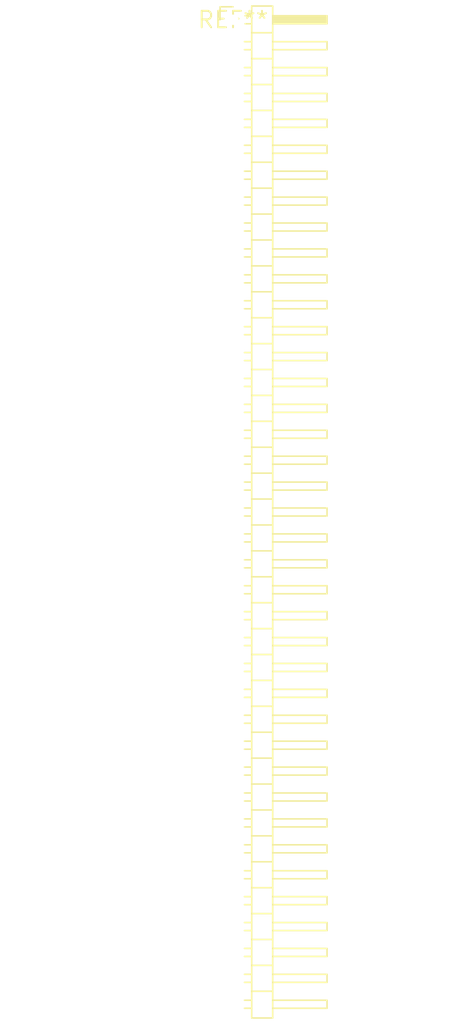
<source format=kicad_pcb>
(kicad_pcb (version 20240108) (generator pcbnew)
  (layers (0 "F.Cu" signal) (31 "B.Cu" signal) (34 "B.Paste" user) (35 "F.Paste" user) (36 "B.SilkS" user "B.Silkscreen") (37 "F.SilkS" user "F.Silkscreen") (38 "B.Mask" user) (39 "F.Mask" user) (44 "Edge.Cuts" user))
  (net 0 "")
  (footprint "PinHeader_1x39_P2.00mm_Horizontal" (layer "F.Cu") (at 0 0)
    (property "Reference" "REF**")
    (property "Value" "PinHeader_1x39_P2.00mm_Horizontal")
    (fp_line (start -1 -1) (end 0 -1) (layer "F.SilkS") (stroke (width 0.12)))
    (fp_line (start -1 0) (end -1 -1) (layer "F.SilkS") (stroke (width 0.12)))
    (fp_line (start 0.882114 1.69) (end 1.44 1.69) (layer "F.SilkS") (stroke (width 0.12)))
    (fp_line (start 0.882114 2.31) (end 1.44 2.31) (layer "F.SilkS") (stroke (width 0.12)))
    (fp_line (start 0.882114 3.69) (end 1.44 3.69) (layer "F.SilkS") (stroke (width 0.12)))
    (fp_line (start 0.882114 4.31) (end 1.44 4.31) (layer "F.SilkS") (stroke (width 0.12)))
    (fp_line (start 0.882114 5.69) (end 1.44 5.69) (layer "F.SilkS") (stroke (width 0.12)))
    (fp_line (start 0.882114 6.31) (end 1.44 6.31) (layer "F.SilkS") (stroke (width 0.12)))
    (fp_line (start 0.882114 7.69) (end 1.44 7.69) (layer "F.SilkS") (stroke (width 0.12)))
    (fp_line (start 0.882114 8.31) (end 1.44 8.31) (layer "F.SilkS") (stroke (width 0.12)))
    (fp_line (start 0.882114 9.69) (end 1.44 9.69) (layer "F.SilkS") (stroke (width 0.12)))
    (fp_line (start 0.882114 10.31) (end 1.44 10.31) (layer "F.SilkS") (stroke (width 0.12)))
    (fp_line (start 0.882114 11.69) (end 1.44 11.69) (layer "F.SilkS") (stroke (width 0.12)))
    (fp_line (start 0.882114 12.31) (end 1.44 12.31) (layer "F.SilkS") (stroke (width 0.12)))
    (fp_line (start 0.882114 13.69) (end 1.44 13.69) (layer "F.SilkS") (stroke (width 0.12)))
    (fp_line (start 0.882114 14.31) (end 1.44 14.31) (layer "F.SilkS") (stroke (width 0.12)))
    (fp_line (start 0.882114 15.69) (end 1.44 15.69) (layer "F.SilkS") (stroke (width 0.12)))
    (fp_line (start 0.882114 16.31) (end 1.44 16.31) (layer "F.SilkS") (stroke (width 0.12)))
    (fp_line (start 0.882114 17.69) (end 1.44 17.69) (layer "F.SilkS") (stroke (width 0.12)))
    (fp_line (start 0.882114 18.31) (end 1.44 18.31) (layer "F.SilkS") (stroke (width 0.12)))
    (fp_line (start 0.882114 19.69) (end 1.44 19.69) (layer "F.SilkS") (stroke (width 0.12)))
    (fp_line (start 0.882114 20.31) (end 1.44 20.31) (layer "F.SilkS") (stroke (width 0.12)))
    (fp_line (start 0.882114 21.69) (end 1.44 21.69) (layer "F.SilkS") (stroke (width 0.12)))
    (fp_line (start 0.882114 22.31) (end 1.44 22.31) (layer "F.SilkS") (stroke (width 0.12)))
    (fp_line (start 0.882114 23.69) (end 1.44 23.69) (layer "F.SilkS") (stroke (width 0.12)))
    (fp_line (start 0.882114 24.31) (end 1.44 24.31) (layer "F.SilkS") (stroke (width 0.12)))
    (fp_line (start 0.882114 25.69) (end 1.44 25.69) (layer "F.SilkS") (stroke (width 0.12)))
    (fp_line (start 0.882114 26.31) (end 1.44 26.31) (layer "F.SilkS") (stroke (width 0.12)))
    (fp_line (start 0.882114 27.69) (end 1.44 27.69) (layer "F.SilkS") (stroke (width 0.12)))
    (fp_line (start 0.882114 28.31) (end 1.44 28.31) (layer "F.SilkS") (stroke (width 0.12)))
    (fp_line (start 0.882114 29.69) (end 1.44 29.69) (layer "F.SilkS") (stroke (width 0.12)))
    (fp_line (start 0.882114 30.31) (end 1.44 30.31) (layer "F.SilkS") (stroke (width 0.12)))
    (fp_line (start 0.882114 31.69) (end 1.44 31.69) (layer "F.SilkS") (stroke (width 0.12)))
    (fp_line (start 0.882114 32.31) (end 1.44 32.31) (layer "F.SilkS") (stroke (width 0.12)))
    (fp_line (start 0.882114 33.69) (end 1.44 33.69) (layer "F.SilkS") (stroke (width 0.12)))
    (fp_line (start 0.882114 34.31) (end 1.44 34.31) (layer "F.SilkS") (stroke (width 0.12)))
    (fp_line (start 0.882114 35.69) (end 1.44 35.69) (layer "F.SilkS") (stroke (width 0.12)))
    (fp_line (start 0.882114 36.31) (end 1.44 36.31) (layer "F.SilkS") (stroke (width 0.12)))
    (fp_line (start 0.882114 37.69) (end 1.44 37.69) (layer "F.SilkS") (stroke (width 0.12)))
    (fp_line (start 0.882114 38.31) (end 1.44 38.31) (layer "F.SilkS") (stroke (width 0.12)))
    (fp_line (start 0.882114 39.69) (end 1.44 39.69) (layer "F.SilkS") (stroke (width 0.12)))
    (fp_line (start 0.882114 40.31) (end 1.44 40.31) (layer "F.SilkS") (stroke (width 0.12)))
    (fp_line (start 0.882114 41.69) (end 1.44 41.69) (layer "F.SilkS") (stroke (width 0.12)))
    (fp_line (start 0.882114 42.31) (end 1.44 42.31) (layer "F.SilkS") (stroke (width 0.12)))
    (fp_line (start 0.882114 43.69) (end 1.44 43.69) (layer "F.SilkS") (stroke (width 0.12)))
    (fp_line (start 0.882114 44.31) (end 1.44 44.31) (layer "F.SilkS") (stroke (width 0.12)))
    (fp_line (start 0.882114 45.69) (end 1.44 45.69) (layer "F.SilkS") (stroke (width 0.12)))
    (fp_line (start 0.882114 46.31) (end 1.44 46.31) (layer "F.SilkS") (stroke (width 0.12)))
    (fp_line (start 0.882114 47.69) (end 1.44 47.69) (layer "F.SilkS") (stroke (width 0.12)))
    (fp_line (start 0.882114 48.31) (end 1.44 48.31) (layer "F.SilkS") (stroke (width 0.12)))
    (fp_line (start 0.882114 49.69) (end 1.44 49.69) (layer "F.SilkS") (stroke (width 0.12)))
    (fp_line (start 0.882114 50.31) (end 1.44 50.31) (layer "F.SilkS") (stroke (width 0.12)))
    (fp_line (start 0.882114 51.69) (end 1.44 51.69) (layer "F.SilkS") (stroke (width 0.12)))
    (fp_line (start 0.882114 52.31) (end 1.44 52.31) (layer "F.SilkS") (stroke (width 0.12)))
    (fp_line (start 0.882114 53.69) (end 1.44 53.69) (layer "F.SilkS") (stroke (width 0.12)))
    (fp_line (start 0.882114 54.31) (end 1.44 54.31) (layer "F.SilkS") (stroke (width 0.12)))
    (fp_line (start 0.882114 55.69) (end 1.44 55.69) (layer "F.SilkS") (stroke (width 0.12)))
    (fp_line (start 0.882114 56.31) (end 1.44 56.31) (layer "F.SilkS") (stroke (width 0.12)))
    (fp_line (start 0.882114 57.69) (end 1.44 57.69) (layer "F.SilkS") (stroke (width 0.12)))
    (fp_line (start 0.882114 58.31) (end 1.44 58.31) (layer "F.SilkS") (stroke (width 0.12)))
    (fp_line (start 0.882114 59.69) (end 1.44 59.69) (layer "F.SilkS") (stroke (width 0.12)))
    (fp_line (start 0.882114 60.31) (end 1.44 60.31) (layer "F.SilkS") (stroke (width 0.12)))
    (fp_line (start 0.882114 61.69) (end 1.44 61.69) (layer "F.SilkS") (stroke (width 0.12)))
    (fp_line (start 0.882114 62.31) (end 1.44 62.31) (layer "F.SilkS") (stroke (width 0.12)))
    (fp_line (start 0.882114 63.69) (end 1.44 63.69) (layer "F.SilkS") (stroke (width 0.12)))
    (fp_line (start 0.882114 64.31) (end 1.44 64.31) (layer "F.SilkS") (stroke (width 0.12)))
    (fp_line (start 0.882114 65.69) (end 1.44 65.69) (layer "F.SilkS") (stroke (width 0.12)))
    (fp_line (start 0.882114 66.31) (end 1.44 66.31) (layer "F.SilkS") (stroke (width 0.12)))
    (fp_line (start 0.882114 67.69) (end 1.44 67.69) (layer "F.SilkS") (stroke (width 0.12)))
    (fp_line (start 0.882114 68.31) (end 1.44 68.31) (layer "F.SilkS") (stroke (width 0.12)))
    (fp_line (start 0.882114 69.69) (end 1.44 69.69) (layer "F.SilkS") (stroke (width 0.12)))
    (fp_line (start 0.882114 70.31) (end 1.44 70.31) (layer "F.SilkS") (stroke (width 0.12)))
    (fp_line (start 0.882114 71.69) (end 1.44 71.69) (layer "F.SilkS") (stroke (width 0.12)))
    (fp_line (start 0.882114 72.31) (end 1.44 72.31) (layer "F.SilkS") (stroke (width 0.12)))
    (fp_line (start 0.882114 73.69) (end 1.44 73.69) (layer "F.SilkS") (stroke (width 0.12)))
    (fp_line (start 0.882114 74.31) (end 1.44 74.31) (layer "F.SilkS") (stroke (width 0.12)))
    (fp_line (start 0.882114 75.69) (end 1.44 75.69) (layer "F.SilkS") (stroke (width 0.12)))
    (fp_line (start 0.882114 76.31) (end 1.44 76.31) (layer "F.SilkS") (stroke (width 0.12)))
    (fp_line (start 0.935 -0.31) (end 1.44 -0.31) (layer "F.SilkS") (stroke (width 0.12)))
    (fp_line (start 0.935 0.31) (end 1.44 0.31) (layer "F.SilkS") (stroke (width 0.12)))
    (fp_line (start 1.44 -1.06) (end 1.44 77.06) (layer "F.SilkS") (stroke (width 0.12)))
    (fp_line (start 1.44 1) (end 3.06 1) (layer "F.SilkS") (stroke (width 0.12)))
    (fp_line (start 1.44 3) (end 3.06 3) (layer "F.SilkS") (stroke (width 0.12)))
    (fp_line (start 1.44 5) (end 3.06 5) (layer "F.SilkS") (stroke (width 0.12)))
    (fp_line (start 1.44 7) (end 3.06 7) (layer "F.SilkS") (stroke (width 0.12)))
    (fp_line (start 1.44 9) (end 3.06 9) (layer "F.SilkS") (stroke (width 0.12)))
    (fp_line (start 1.44 11) (end 3.06 11) (layer "F.SilkS") (stroke (width 0.12)))
    (fp_line (start 1.44 13) (end 3.06 13) (layer "F.SilkS") (stroke (width 0.12)))
    (fp_line (start 1.44 15) (end 3.06 15) (layer "F.SilkS") (stroke (width 0.12)))
    (fp_line (start 1.44 17) (end 3.06 17) (layer "F.SilkS") (stroke (width 0.12)))
    (fp_line (start 1.44 19) (end 3.06 19) (layer "F.SilkS") (stroke (width 0.12)))
    (fp_line (start 1.44 21) (end 3.06 21) (layer "F.SilkS") (stroke (width 0.12)))
    (fp_line (start 1.44 23) (end 3.06 23) (layer "F.SilkS") (stroke (width 0.12)))
    (fp_line (start 1.44 25) (end 3.06 25) (layer "F.SilkS") (stroke (width 0.12)))
    (fp_line (start 1.44 27) (end 3.06 27) (layer "F.SilkS") (stroke (width 0.12)))
    (fp_line (start 1.44 29) (end 3.06 29) (layer "F.SilkS") (stroke (width 0.12)))
    (fp_line (start 1.44 31) (end 3.06 31) (layer "F.SilkS") (stroke (width 0.12)))
    (fp_line (start 1.44 33) (end 3.06 33) (layer "F.SilkS") (stroke (width 0.12)))
    (fp_line (start 1.44 35) (end 3.06 35) (layer "F.SilkS") (stroke (width 0.12)))
    (fp_line (start 1.44 37) (end 3.06 37) (layer "F.SilkS") (stroke (width 0.12)))
    (fp_line (start 1.44 39) (end 3.06 39) (layer "F.SilkS") (stroke (width 0.12)))
    (fp_line (start 1.44 41) (end 3.06 41) (layer "F.SilkS") (stroke (width 0.12)))
    (fp_line (start 1.44 43) (end 3.06 43) (layer "F.SilkS") (stroke (width 0.12)))
    (fp_line (start 1.44 45) (end 3.06 45) (layer "F.SilkS") (stroke (width 0.12)))
    (fp_line (start 1.44 47) (end 3.06 47) (layer "F.SilkS") (stroke (width 0.12)))
    (fp_line (start 1.44 49) (end 3.06 49) (layer "F.SilkS") (stroke (width 0.12)))
    (fp_line (start 1.44 51) (end 3.06 51) (layer "F.SilkS") (stroke (width 0.12)))
    (fp_line (start 1.44 53) (end 3.06 53) (layer "F.SilkS") (stroke (width 0.12)))
    (fp_line (start 1.44 55) (end 3.06 55) (layer "F.SilkS") (stroke (width 0.12)))
    (fp_line (start 1.44 57) (end 3.06 57) (layer "F.SilkS") (stroke (width 0.12)))
    (fp_line (start 1.44 59) (end 3.06 59) (layer "F.SilkS") (stroke (width 0.12)))
    (fp_line (start 1.44 61) (end 3.06 61) (layer "F.SilkS") (stroke (width 0.12)))
    (fp_line (start 1.44 63) (end 3.06 63) (layer "F.SilkS") (stroke (width 0.12)))
    (fp_line (start 1.44 65) (end 3.06 65) (layer "F.SilkS") (stroke (width 0.12)))
    (fp_line (start 1.44 67) (end 3.06 67) (layer "F.SilkS") (stroke (width 0.12)))
    (fp_line (start 1.44 69) (end 3.06 69) (layer "F.SilkS") (stroke (width 0.12)))
    (fp_line (start 1.44 71) (end 3.06 71) (layer "F.SilkS") (stroke (width 0.12)))
    (fp_line (start 1.44 73) (end 3.06 73) (layer "F.SilkS") (stroke (width 0.12)))
    (fp_line (start 1.44 75) (end 3.06 75) (layer "F.SilkS") (stroke (width 0.12)))
    (fp_line (start 1.44 77.06) (end 3.06 77.06) (layer "F.SilkS") (stroke (width 0.12)))
    (fp_line (start 3.06 -1.06) (end 1.44 -1.06) (layer "F.SilkS") (stroke (width 0.12)))
    (fp_line (start 3.06 -0.31) (end 7.26 -0.31) (layer "F.SilkS") (stroke (width 0.12)))
    (fp_line (start 3.06 -0.25) (end 7.26 -0.25) (layer "F.SilkS") (stroke (width 0.12)))
    (fp_line (start 3.06 -0.13) (end 7.26 -0.13) (layer "F.SilkS") (stroke (width 0.12)))
    (fp_line (start 3.06 -0.01) (end 7.26 -0.01) (layer "F.SilkS") (stroke (width 0.12)))
    (fp_line (start 3.06 0.11) (end 7.26 0.11) (layer "F.SilkS") (stroke (width 0.12)))
    (fp_line (start 3.06 0.23) (end 7.26 0.23) (layer "F.SilkS") (stroke (width 0.12)))
    (fp_line (start 3.06 1.69) (end 7.26 1.69) (layer "F.SilkS") (stroke (width 0.12)))
    (fp_line (start 3.06 3.69) (end 7.26 3.69) (layer "F.SilkS") (stroke (width 0.12)))
    (fp_line (start 3.06 5.69) (end 7.26 5.69) (layer "F.SilkS") (stroke (width 0.12)))
    (fp_line (start 3.06 7.69) (end 7.26 7.69) (layer "F.SilkS") (stroke (width 0.12)))
    (fp_line (start 3.06 9.69) (end 7.26 9.69) (layer "F.SilkS") (stroke (width 0.12)))
    (fp_line (start 3.06 11.69) (end 7.26 11.69) (layer "F.SilkS") (stroke (width 0.12)))
    (fp_line (start 3.06 13.69) (end 7.26 13.69) (layer "F.SilkS") (stroke (width 0.12)))
    (fp_line (start 3.06 15.69) (end 7.26 15.69) (layer "F.SilkS") (stroke (width 0.12)))
    (fp_line (start 3.06 17.69) (end 7.26 17.69) (layer "F.SilkS") (stroke (width 0.12)))
    (fp_line (start 3.06 19.69) (end 7.26 19.69) (layer "F.SilkS") (stroke (width 0.12)))
    (fp_line (start 3.06 21.69) (end 7.26 21.69) (layer "F.SilkS") (stroke (width 0.12)))
    (fp_line (start 3.06 23.69) (end 7.26 23.69) (layer "F.SilkS") (stroke (width 0.12)))
    (fp_line (start 3.06 25.69) (end 7.26 25.69) (layer "F.SilkS") (stroke (width 0.12)))
    (fp_line (start 3.06 27.69) (end 7.26 27.69) (layer "F.SilkS") (stroke (width 0.12)))
    (fp_line (start 3.06 29.69) (end 7.26 29.69) (layer "F.SilkS") (stroke (width 0.12)))
    (fp_line (start 3.06 31.69) (end 7.26 31.69) (layer "F.SilkS") (stroke (width 0.12)))
    (fp_line (start 3.06 33.69) (end 7.26 33.69) (layer "F.SilkS") (stroke (width 0.12)))
    (fp_line (start 3.06 35.69) (end 7.26 35.69) (layer "F.SilkS") (stroke (width 0.12)))
    (fp_line (start 3.06 37.69) (end 7.26 37.69) (layer "F.SilkS") (stroke (width 0.12)))
    (fp_line (start 3.06 39.69) (end 7.26 39.69) (layer "F.SilkS") (stroke (width 0.12)))
    (fp_line (start 3.06 41.69) (end 7.26 41.69) (layer "F.SilkS") (stroke (width 0.12)))
    (fp_line (start 3.06 43.69) (end 7.26 43.69) (layer "F.SilkS") (stroke (width 0.12)))
    (fp_line (start 3.06 45.69) (end 7.26 45.69) (layer "F.SilkS") (stroke (width 0.12)))
    (fp_line (start 3.06 47.69) (end 7.26 47.69) (layer "F.SilkS") (stroke (width 0.12)))
    (fp_line (start 3.06 49.69) (end 7.26 49.69) (layer "F.SilkS") (stroke (width 0.12)))
    (fp_line (start 3.06 51.69) (end 7.26 51.69) (layer "F.SilkS") (stroke (width 0.12)))
    (fp_line (start 3.06 53.69) (end 7.26 53.69) (layer "F.SilkS") (stroke (width 0.12)))
    (fp_line (start 3.06 55.69) (end 7.26 55.69) (layer "F.SilkS") (stroke (width 0.12)))
    (fp_line (start 3.06 57.69) (end 7.26 57.69) (layer "F.SilkS") (stroke (width 0.12)))
    (fp_line (start 3.06 59.69) (end 7.26 59.69) (layer "F.SilkS") (stroke (width 0.12)))
    (fp_line (start 3.06 61.69) (end 7.26 61.69) (layer "F.SilkS") (stroke (width 0.12)))
    (fp_line (start 3.06 63.69) (end 7.26 63.69) (layer "F.SilkS") (stroke (width 0.12)))
    (fp_line (start 3.06 65.69) (end 7.26 65.69) (layer "F.SilkS") (stroke (width 0.12)))
    (fp_line (start 3.06 67.69) (end 7.26 67.69) (layer "F.SilkS") (stroke (width 0.12)))
    (fp_line (start 3.06 69.69) (end 7.26 69.69) (layer "F.SilkS") (stroke (width 0.12)))
    (fp_line (start 3.06 71.69) (end 7.26 71.69) (layer "F.SilkS") (stroke (width 0.12)))
    (fp_line (start 3.06 73.69) (end 7.26 73.69) (layer "F.SilkS") (stroke (width 0.12)))
    (fp_line (start 3.06 75.69) (end 7.26 75.69) (layer "F.SilkS") (stroke (width 0.12)))
    (fp_line (start 3.06 77.06) (end 3.06 -1.06) (layer "F.SilkS") (stroke (width 0.12)))
    (fp_line (start 7.26 -0.31) (end 7.26 0.31) (layer "F.SilkS") (stroke (width 0.12)))
    (fp_line (start 7.26 0.31) (end 3.06 0.31) (layer "F.SilkS") (stroke (width 0.12)))
    (fp_line (start 7.26 1.69) (end 7.26 2.31) (layer "F.SilkS") (stroke (width 0.12)))
    (fp_line (start 7.26 2.31) (end 3.06 2.31) (layer "F.SilkS") (stroke (width 0.12)))
    (fp_line (start 7.26 3.69) (end 7.26 4.31) (layer "F.SilkS") (stroke (width 0.12)))
    (fp_line (start 7.26 4.31) (end 3.06 4.31) (layer "F.SilkS") (stroke (width 0.12)))
    (fp_line (start 7.26 5.69) (end 7.26 6.31) (layer "F.SilkS") (stroke (width 0.12)))
    (fp_line (start 7.26 6.31) (end 3.06 6.31) (layer "F.SilkS") (stroke (width 0.12)))
    (fp_line (start 7.26 7.69) (end 7.26 8.31) (layer "F.SilkS") (stroke (width 0.12)))
    (fp_line (start 7.26 8.31) (end 3.06 8.31) (layer "F.SilkS") (stroke (width 0.12)))
    (fp_line (start 7.26 9.69) (end 7.26 10.31) (layer "F.SilkS") (stroke (width 0.12)))
    (fp_line (start 7.26 10.31) (end 3.06 10.31) (layer "F.SilkS") (stroke (width 0.12)))
    (fp_line (start 7.26 11.69) (end 7.26 12.31) (layer "F.SilkS") (stroke (width 0.12)))
    (fp_line (start 7.26 12.31) (end 3.06 12.31) (layer "F.SilkS") (stroke (width 0.12)))
    (fp_line (start 7.26 13.69) (end 7.26 14.31) (layer "F.SilkS") (stroke (width 0.12)))
    (fp_line (start 7.26 14.31) (end 3.06 14.31) (layer "F.SilkS") (stroke (width 0.12)))
    (fp_line (start 7.26 15.69) (end 7.26 16.31) (layer "F.SilkS") (stroke (width 0.12)))
    (fp_line (start 7.26 16.31) (end 3.06 16.31) (layer "F.SilkS") (stroke (width 0.12)))
    (fp_line (start 7.26 17.69) (end 7.26 18.31) (layer "F.SilkS") (stroke (width 0.12)))
    (fp_line (start 7.26 18.31) (end 3.06 18.31) (layer "F.SilkS") (stroke (width 0.12)))
    (fp_line (start 7.26 19.69) (end 7.26 20.31) (layer "F.SilkS") (stroke (width 0.12)))
    (fp_line (start 7.26 20.31) (end 3.06 20.31) (layer "F.SilkS") (stroke (width 0.12)))
    (fp_line (start 7.26 21.69) (end 7.26 22.31) (layer "F.SilkS") (stroke (width 0.12)))
    (fp_line (start 7.26 22.31) (end 3.06 22.31) (layer "F.SilkS") (stroke (width 0.12)))
    (fp_line (start 7.26 23.69) (end 7.26 24.31) (layer "F.SilkS") (stroke (width 0.12)))
    (fp_line (start 7.26 24.31) (end 3.06 24.31) (layer "F.SilkS") (stroke (width 0.12)))
    (fp_line (start 7.26 25.69) (end 7.26 26.31) (layer "F.SilkS") (stroke (width 0.12)))
    (fp_line (start 7.26 26.31) (end 3.06 26.31) (layer "F.SilkS") (stroke (width 0.12)))
    (fp_line (start 7.26 27.69) (end 7.26 28.31) (layer "F.SilkS") (stroke (width 0.12)))
    (fp_line (start 7.26 28.31) (end 3.06 28.31) (layer "F.SilkS") (stroke (width 0.12)))
    (fp_line (start 7.26 29.69) (end 7.26 30.31) (layer "F.SilkS") (stroke (width 0.12)))
    (fp_line (start 7.26 30.31) (end 3.06 30.31) (layer "F.SilkS") (stroke (width 0.12)))
    (fp_line (start 7.26 31.69) (end 7.26 32.31) (layer "F.SilkS") (stroke (width 0.12)))
    (fp_line (start 7.26 32.31) (end 3.06 32.31) (layer "F.SilkS") (stroke (width 0.12)))
    (fp_line (start 7.26 33.69) (end 7.26 34.31) (layer "F.SilkS") (stroke (width 0.12)))
    (fp_line (start 7.26 34.31) (end 3.06 34.31) (layer "F.SilkS") (stroke (width 0.12)))
    (fp_line (start 7.26 35.69) (end 7.26 36.31) (layer "F.SilkS") (stroke (width 0.12)))
    (fp_line (start 7.26 36.31) (end 3.06 36.31) (layer "F.SilkS") (stroke (width 0.12)))
    (fp_line (start 7.26 37.69) (end 7.26 38.31) (layer "F.SilkS") (stroke (width 0.12)))
    (fp_line (start 7.26 38.31) (end 3.06 38.31) (layer "F.SilkS") (stroke (width 0.12)))
    (fp_line (start 7.26 39.69) (end 7.26 40.31) (layer "F.SilkS") (stroke (width 0.12)))
    (fp_line (start 7.26 40.31) (end 3.06 40.31) (layer "F.SilkS") (stroke (width 0.12)))
    (fp_line (start 7.26 41.69) (end 7.26 42.31) (layer "F.SilkS") (stroke (width 0.12)))
    (fp_line (start 7.26 42.31) (end 3.06 42.31) (layer "F.SilkS") (stroke (width 0.12)))
    (fp_line (start 7.26 43.69) (end 7.26 44.31) (layer "F.SilkS") (stroke (width 0.12)))
    (fp_line (start 7.26 44.31) (end 3.06 44.31) (layer "F.SilkS") (stroke (width 0.12)))
    (fp_line (start 7.26 45.69) (end 7.26 46.31) (layer "F.SilkS") (stroke (width 0.12)))
    (fp_line (start 7.26 46.31) (end 3.06 46.31) (layer "F.SilkS") (stroke (width 0.12)))
    (fp_line (start 7.26 47.69) (end 7.26 48.31) (layer "F.SilkS") (stroke (width 0.12)))
    (fp_line (start 7.26 48.31) (end 3.06 48.31) (layer "F.SilkS") (stroke (width 0.12)))
    (fp_line (start 7.26 49.69) (end 7.26 50.31) (layer "F.SilkS") (stroke (width 0.12)))
    (fp_line (start 7.26 50.31) (end 3.06 50.31) (layer "F.SilkS") (stroke (width 0.12)))
    (fp_line (start 7.26 51.69) (end 7.26 52.31) (layer "F.SilkS") (stroke (width 0.12)))
    (fp_line (start 7.26 52.31) (end 3.06 52.31) (layer "F.SilkS") (stroke (width 0.12)))
    (fp_line (start 7.26 53.69) (end 7.26 54.31) (layer "F.SilkS") (stroke (width 0.12)))
    (fp_line (start 7.26 54.31) (end 3.06 54.31) (layer "F.SilkS") (stroke (width 0.12)))
    (fp_line (start 7.26 55.69) (end 7.26 56.31) (layer "F.SilkS") (stroke (width 0.12)))
    (fp_line (start 7.26 56.31) (end 3.06 56.31) (layer "F.SilkS") (stroke (width 0.12)))
    (fp_line (start 7.26 57.69) (end 7.26 58.31) (layer "F.SilkS") (stroke (width 0.12)))
    (fp_line (start 7.26 58.31) (end 3.06 58.31) (layer "F.SilkS") (stroke (width 0.12)))
    (fp_line (start 7.26 59.69) (end 7.26 60.31) (layer "F.SilkS") (stroke (width 0.12)))
    (fp_line (start 7.26 60.31) (end 3.06 60.31) (layer "F.SilkS") (stroke (width 0.12)))
    (fp_line (start 7.26 61.69) (end 7.26 62.31) (layer "F.SilkS") (stroke (width 0.12)))
    (fp_line (start 7.26 62.31) (end 3.06 62.31) (layer "F.SilkS") (stroke (width 0.12)))
    (fp_line (start 7.26 63.69) (end 7.26 64.31) (layer "F.SilkS") (stroke (width 0.12)))
    (fp_line (start 7.26 64.31) (end 3.06 64.31) (layer "F.SilkS") (stroke (width 0.12)))
    (fp_line (start 7.26 65.69) (end 7.26 66.31) (layer "F.SilkS") (stroke (width 0.12)))
    (fp_line (start 7.26 66.31) (end 3.06 66.31) (layer "F.SilkS") (stroke (width 0.12)))
    (fp_line (start 7.26 67.69) (end 7.26 68.31) (layer "F.SilkS") (stroke (width 0.12)))
    (fp_line (start 7.26 68.31) (end 3.06 68.31) (layer "F.SilkS") (stroke (width 0.12)))
    (fp_line (start 7.26 69.69) (end 7.26 70.31) (layer "F.SilkS") (stroke (width 0.12)))
    (fp_line (start 7.26 70.31) (end 3.06 70.31) (layer "F.SilkS") (stroke (width 0.12)))
    (fp_line (start 7.26 71.69) (end 7.26 72.31) (layer "F.SilkS") (stroke (width 0.12)))
    (fp_line (start 7.26 72.31) (end 3.06 72.31) (layer "F.SilkS") (stroke (width 0.12)))
    (fp_line (start 7.26 73.69) (end 7.26 74.31) (layer "F.SilkS") (stroke (width 0.12)))
    (fp_line (start 7.26 74.31) (end 3.06 74.31) (layer "F.SilkS") (stroke (width 0.12)))
    (fp_line (start 7.26 75.69) (end 7.26 76.31) (layer "F.SilkS") (stroke (width 0.12)))
    (fp_line (start 7.26 76.31) (end 3.06 76.31) (layer "F.SilkS") (stroke (width 0.12)))
    (pad "1" thru_hole rect (at 0 0) (size 1.35 1.35) (drill 0.8) (layers *.Cu *.Mask) (remove_unused_layers))
    (pad "2" thru_hole oval (at 0 2) (size 1.35 1.35) (drill 0.8) (layers *.Cu *.Mask) (remove_unused_layers))
    (pad "3" thru_hole oval (at 0 4) (size 1.35 1.35) (drill 0.8) (layers *.Cu *.Mask) (remove_unused_layers))
    (pad "4" thru_hole oval (at 0 6) (size 1.35 1.35) (drill 0.8) (layers *.Cu *.Mask) (remove_unused_layers))
    (pad "5" thru_hole oval (at 0 8) (size 1.35 1.35) (drill 0.8) (layers *.Cu *.Mask) (remove_unused_layers))
    (pad "6" thru_hole oval (at 0 10) (size 1.35 1.35) (drill 0.8) (layers *.Cu *.Mask) (remove_unused_layers))
    (pad "7" thru_hole oval (at 0 12) (size 1.35 1.35) (drill 0.8) (layers *.Cu *.Mask) (remove_unused_layers))
    (pad "8" thru_hole oval (at 0 14) (size 1.35 1.35) (drill 0.8) (layers *.Cu *.Mask) (remove_unused_layers))
    (pad "9" thru_hole oval (at 0 16) (size 1.35 1.35) (drill 0.8) (layers *.Cu *.Mask) (remove_unused_layers))
    (pad "10" thru_hole oval (at 0 18) (size 1.35 1.35) (drill 0.8) (layers *.Cu *.Mask) (remove_unused_layers))
    (pad "11" thru_hole oval (at 0 20) (size 1.35 1.35) (drill 0.8) (layers *.Cu *.Mask) (remove_unused_layers))
    (pad "12" thru_hole oval (at 0 22) (size 1.35 1.35) (drill 0.8) (layers *.Cu *.Mask) (remove_unused_layers))
    (pad "13" thru_hole oval (at 0 24) (size 1.35 1.35) (drill 0.8) (layers *.Cu *.Mask) (remove_unused_layers))
    (pad "14" thru_hole oval (at 0 26) (size 1.35 1.35) (drill 0.8) (layers *.Cu *.Mask) (remove_unused_layers))
    (pad "15" thru_hole oval (at 0 28) (size 1.35 1.35) (drill 0.8) (layers *.Cu *.Mask) (remove_unused_layers))
    (pad "16" thru_hole oval (at 0 30) (size 1.35 1.35) (drill 0.8) (layers *.Cu *.Mask) (remove_unused_layers))
    (pad "17" thru_hole oval (at 0 32) (size 1.35 1.35) (drill 0.8) (layers *.Cu *.Mask) (remove_unused_layers))
    (pad "18" thru_hole oval (at 0 34) (size 1.35 1.35) (drill 0.8) (layers *.Cu *.Mask) (remove_unused_layers))
    (pad "19" thru_hole oval (at 0 36) (size 1.35 1.35) (drill 0.8) (layers *.Cu *.Mask) (remove_unused_layers))
    (pad "20" thru_hole oval (at 0 38) (size 1.35 1.35) (drill 0.8) (layers *.Cu *.Mask) (remove_unused_layers))
    (pad "21" thru_hole oval (at 0 40) (size 1.35 1.35) (drill 0.8) (layers *.Cu *.Mask) (remove_unused_layers))
    (pad "22" thru_hole oval (at 0 42) (size 1.35 1.35) (drill 0.8) (layers *.Cu *.Mask) (remove_unused_layers))
    (pad "23" thru_hole oval (at 0 44) (size 1.35 1.35) (drill 0.8) (layers *.Cu *.Mask) (remove_unused_layers))
    (pad "24" thru_hole oval (at 0 46) (size 1.35 1.35) (drill 0.8) (layers *.Cu *.Mask) (remove_unused_layers))
    (pad "25" thru_hole oval (at 0 48) (size 1.35 1.35) (drill 0.8) (layers *.Cu *.Mask) (remove_unused_layers))
    (pad "26" thru_hole oval (at 0 50) (size 1.35 1.35) (drill 0.8) (layers *.Cu *.Mask) (remove_unused_layers))
    (pad "27" thru_hole oval (at 0 52) (size 1.35 1.35) (drill 0.8) (layers *.Cu *.Mask) (remove_unused_layers))
    (pad "28" thru_hole oval (at 0 54) (size 1.35 1.35) (drill 0.8) (layers *.Cu *.Mask) (remove_unused_layers))
    (pad "29" thru_hole oval (at 0 56) (size 1.35 1.35) (drill 0.8) (layers *.Cu *.Mask) (remove_unused_layers))
    (pad "30" thru_hole oval (at 0 58) (size 1.35 1.35) (drill 0.8) (layers *.Cu *.Mask) (remove_unused_layers))
    (pad "31" thru_hole oval (at 0 60) (size 1.35 1.35) (drill 0.8) (layers *.Cu *.Mask) (remove_unused_layers))
    (pad "32" thru_hole oval (at 0 62) (size 1.35 1.35) (drill 0.8) (layers *.Cu *.Mask) (remove_unused_layers))
    (pad "33" thru_hole oval (at 0 64) (size 1.35 1.35) (drill 0.8) (layers *.Cu *.Mask) (remove_unused_layers))
    (pad "34" thru_hole oval (at 0 66) (size 1.35 1.35) (drill 0.8) (layers *.Cu *.Mask) (remove_unused_layers))
    (pad "35" thru_hole oval (at 0 68) (size 1.35 1.35) (drill 0.8) (layers *.Cu *.Mask) (remove_unused_layers))
    (pad "36" thru_hole oval (at 0 70) (size 1.35 1.35) (drill 0.8) (layers *.Cu *.Mask) (remove_unused_layers))
    (pad "37" thru_hole oval (at 0 72) (size 1.35 1.35) (drill 0.8) (layers *.Cu *.Mask) (remove_unused_layers))
    (pad "38" thru_hole oval (at 0 74) (size 1.35 1.35) (drill 0.8) (layers *.Cu *.Mask) (remove_unused_layers))
    (pad "39" thru_hole oval (at 0 76) (size 1.35 1.35) (drill 0.8) (layers *.Cu *.Mask) (remove_unused_layers))
  )
)
</source>
